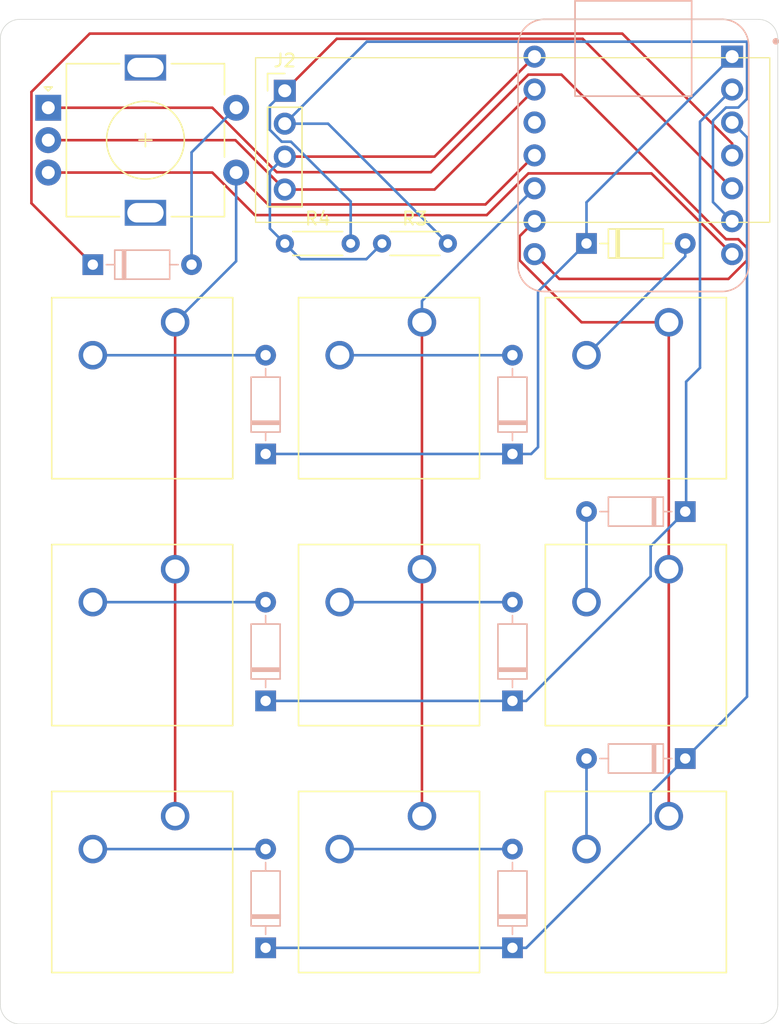
<source format=kicad_pcb>
(kicad_pcb (version 20240108) (generator "pcbnew") (generator_version "8.0")
  (layers (0 "F.Cu" signal) (31 "B.Cu" signal) (34 "B.Paste" user) (35 "F.Paste" user) (36 "B.SilkS" user "B.Silkscreen") (37 "F.SilkS" user "F.Silkscreen") (38 "B.Mask" user) (39 "F.Mask" user) (44 "Edge.Cuts" user))
  (net 0 "")
  (net 1 "Row 1")
  (net 2 "Net-(D1-A)")
  (net 3 "Net-(D2-A)")
  (net 4 "Net-(D3-A)")
  (net 5 "Row 2")
  (net 6 "Column 2")
  (net 7 "Net-(D5-A)")
  (net 8 "Net-(D6-A)")
  (net 9 "Net-(D7-A)")
  (net 10 "Row 3")
  (net 11 "Net-(D9-A)")
  (net 12 "Row 4")
  (net 13 "Net-(D10-A)")
  (net 14 "Net-(D11-A)")
  (net 15 "Net-(J2-Pin_2)")
  (net 16 "Net-(J2-Pin_1)")
  (net 18 "GND")
  (net 19 "Column 3")
  (net 20 "+5V")
  (net 21 "1S2")
  (net 22 "1S1")
  (net 23 "1B")
  (net 24 "1A")
  (footprint "Cherry_MX_Keyswitch_3DModel:Cherry_MX_1.00u_PCB" (layer "F.Cu") (at 53.49 66.37)
    (property "Reference" "SW1" (hide yes))
    (property "Value" "SW_Push" (hide yes))
    (fp_line (start -9.525 -1.905) (end 4.445 -1.905) (stroke (width 0.12)) (layer "F.SilkS"))
    (fp_line (start -9.525 12.065) (end -9.525 -1.905) (stroke (width 0.12)) (layer "F.SilkS"))
    (fp_line (start 4.445 -1.905) (end 4.445 12.065) (stroke (width 0.12)) (layer "F.SilkS"))
    (fp_line (start 4.445 12.065) (end -9.525 12.065) (stroke (width 0.12)) (layer "F.SilkS"))
    (pad "" np_thru_hole circle (at -7.62 5.08) (size 1.7 1.7) (drill 1.7) (layers "*.Cu" "*.Mask"))
    (pad "" np_thru_hole circle (at -2.54 5.08) (size 4 4) (drill 4) (layers "*.Cu" "*.Mask"))
    (pad "" np_thru_hole circle (at 2.54 5.08) (size 1.7 1.7) (drill 1.7) (layers "*.Cu" "*.Mask"))
    (pad "1" thru_hole circle (at 0 0) (size 2.2 2.2) (drill 1.5) (layers "*.Cu" "*.Mask") (net 22 "1S1"))
    (pad "2" thru_hole circle (at -6.35 2.54) (size 2.2 2.2) (drill 1.5) (layers "*.Cu" "*.Mask") (net 2 "Net-(D1-A)"))
  )
  (footprint "SSD1306_OLED:0.91_3D" (layer "F.Cu") (at 61.954 48.51)
    (property "Reference" "J2" (at 0 -2.33 0) (layer "F.SilkS"))
    (property "Value" "OLED_DISPLAY" (hide yes))
    (fp_line (start -1.33 -1.33) (end 0 -1.33) (stroke (width 0.12)) (layer "F.SilkS"))
    (fp_line (start -1.33 0) (end -1.33 -1.33) (stroke (width 0.12)) (layer "F.SilkS"))
    (fp_line (start -1.33 1.27) (end -1.33 8.95) (stroke (width 0.12)) (layer "F.SilkS"))
    (fp_line (start -1.33 1.27) (end 1.33 1.27) (stroke (width 0.12)) (layer "F.SilkS"))
    (fp_line (start -1.33 8.95) (end 1.33 8.95) (stroke (width 0.12)) (layer "F.SilkS"))
    (fp_line (start 1.33 1.27) (end 1.33 8.95) (stroke (width 0.12)) (layer "F.SilkS"))
    (pad "1" thru_hole rect (at 0 0) (size 1.7 1.7) (drill 1) (layers "*.Cu" "*.Mask") (net 16 "Net-(J2-Pin_1)"))
    (pad "2" thru_hole oval (at 0 2.54) (size 1.7 1.7) (drill 1) (layers "*.Cu" "*.Mask") (net 15 "Net-(J2-Pin_2)"))
    (pad "3" thru_hole oval (at 0 5.08) (size 1.7 1.7) (drill 1) (layers "*.Cu" "*.Mask") (net 20 "+5V"))
    (pad "4" thru_hole oval (at 0 7.62) (size 1.7 1.7) (drill 1) (layers "*.Cu" "*.Mask") (net 18 "GND"))
  )
  (footprint "Cherry_MX_Keyswitch_3DModel:Cherry_MX_1.00u_PCB" (layer "F.Cu") (at 91.59 85.42)
    (property "Reference" "SW10" (hide yes))
    (property "Value" "SW_Push" (hide yes))
    (fp_line (start -9.525 -1.905) (end 4.445 -1.905) (stroke (width 0.12)) (layer "F.SilkS"))
    (fp_line (start -9.525 12.065) (end -9.525 -1.905) (stroke (width 0.12)) (layer "F.SilkS"))
    (fp_line (start 4.445 -1.905) (end 4.445 12.065) (stroke (width 0.12)) (layer "F.SilkS"))
    (fp_line (start 4.445 12.065) (end -9.525 12.065) (stroke (width 0.12)) (layer "F.SilkS"))
    (pad "" np_thru_hole circle (at -7.62 5.08) (size 1.7 1.7) (drill 1.7) (layers "*.Cu" "*.Mask"))
    (pad "" np_thru_hole circle (at -2.54 5.08) (size 4 4) (drill 4) (layers "*.Cu" "*.Mask"))
    (pad "" np_thru_hole circle (at 2.54 5.08) (size 1.7 1.7) (drill 1.7) (layers "*.Cu" "*.Mask"))
    (pad "1" thru_hole circle (at 0 0) (size 2.2 2.2) (drill 1.5) (layers "*.Cu" "*.Mask") (net 19 "Column 3"))
    (pad "2" thru_hole circle (at -6.35 2.54) (size 2.2 2.2) (drill 1.5) (layers "*.Cu" "*.Mask") (net 13 "Net-(D10-A)"))
  )
  (footprint "Cherry_MX_Keyswitch_3DModel:Cherry_MX_1.00u_PCB" (layer "F.Cu") (at 72.54 104.47)
    (property "Reference" "SW7" (hide yes))
    (property "Value" "SW_Push" (hide yes))
    (fp_line (start -9.525 -1.905) (end 4.445 -1.905) (stroke (width 0.12)) (layer "F.SilkS"))
    (fp_line (start -9.525 12.065) (end -9.525 -1.905) (stroke (width 0.12)) (layer "F.SilkS"))
    (fp_line (start 4.445 -1.905) (end 4.445 12.065) (stroke (width 0.12)) (layer "F.SilkS"))
    (fp_line (start 4.445 12.065) (end -9.525 12.065) (stroke (width 0.12)) (layer "F.SilkS"))
    (pad "" np_thru_hole circle (at -7.62 5.08) (size 1.7 1.7) (drill 1.7) (layers "*.Cu" "*.Mask"))
    (pad "" np_thru_hole circle (at -2.54 5.08) (size 4 4) (drill 4) (layers "*.Cu" "*.Mask"))
    (pad "" np_thru_hole circle (at 2.54 5.08) (size 1.7 1.7) (drill 1.7) (layers "*.Cu" "*.Mask"))
    (pad "1" thru_hole circle (at 0 0) (size 2.2 2.2) (drill 1.5) (layers "*.Cu" "*.Mask") (net 6 "Column 2"))
    (pad "2" thru_hole circle (at -6.35 2.54) (size 2.2 2.2) (drill 1.5) (layers "*.Cu" "*.Mask") (net 9 "Net-(D7-A)"))
  )
  (footprint "Cherry_MX_Keyswitch_3DModel:Cherry_MX_1.00u_PCB" (layer "F.Cu") (at 53.49 104.47)
    (property "Reference" "SW3" (hide yes))
    (property "Value" "SW_Push" (hide yes))
    (fp_line (start -9.525 -1.905) (end 4.445 -1.905) (stroke (width 0.12)) (layer "F.SilkS"))
    (fp_line (start -9.525 12.065) (end -9.525 -1.905) (stroke (width 0.12)) (layer "F.SilkS"))
    (fp_line (start 4.445 -1.905) (end 4.445 12.065) (stroke (width 0.12)) (layer "F.SilkS"))
    (fp_line (start 4.445 12.065) (end -9.525 12.065) (stroke (width 0.12)) (layer "F.SilkS"))
    (pad "" np_thru_hole circle (at -7.62 5.08) (size 1.7 1.7) (drill 1.7) (layers "*.Cu" "*.Mask"))
    (pad "" np_thru_hole circle (at -2.54 5.08) (size 4 4) (drill 4) (layers "*.Cu" "*.Mask"))
    (pad "" np_thru_hole circle (at 2.54 5.08) (size 1.7 1.7) (drill 1.7) (layers "*.Cu" "*.Mask"))
    (pad "1" thru_hole circle (at 0 0) (size 2.2 2.2) (drill 1.5) (layers "*.Cu" "*.Mask") (net 22 "1S1"))
    (pad "2" thru_hole circle (at -6.35 2.54) (size 2.2 2.2) (drill 1.5) (layers "*.Cu" "*.Mask") (net 4 "Net-(D3-A)"))
  )
  (footprint "Cherry_MX_Keyswitch_3DModel:Cherry_MX_1.00u_PCB" (layer "F.Cu") (at 72.54 85.42)
    (property "Reference" "SW6" (hide yes))
    (property "Value" "SW_Push" (hide yes))
    (fp_line (start -9.525 -1.905) (end 4.445 -1.905) (stroke (width 0.12)) (layer "F.SilkS"))
    (fp_line (start -9.525 12.065) (end -9.525 -1.905) (stroke (width 0.12)) (layer "F.SilkS"))
    (fp_line (start 4.445 -1.905) (end 4.445 12.065) (stroke (width 0.12)) (layer "F.SilkS"))
    (fp_line (start 4.445 12.065) (end -9.525 12.065) (stroke (width 0.12)) (layer "F.SilkS"))
    (pad "" np_thru_hole circle (at -7.62 5.08) (size 1.7 1.7) (drill 1.7) (layers "*.Cu" "*.Mask"))
    (pad "" np_thru_hole circle (at -2.54 5.08) (size 4 4) (drill 4) (layers "*.Cu" "*.Mask"))
    (pad "" np_thru_hole circle (at 2.54 5.08) (size 1.7 1.7) (drill 1.7) (layers "*.Cu" "*.Mask"))
    (pad "1" thru_hole circle (at 0 0) (size 2.2 2.2) (drill 1.5) (layers "*.Cu" "*.Mask") (net 6 "Column 2"))
    (pad "2" thru_hole circle (at -6.35 2.54) (size 2.2 2.2) (drill 1.5) (layers "*.Cu" "*.Mask") (net 8 "Net-(D6-A)"))
  )
  (footprint "Cherry_MX_Keyswitch_3DModel:Cherry_MX_1.00u_PCB" (layer "F.Cu") (at 53.49 85.42)
    (property "Reference" "SW2" (hide yes))
    (property "Value" "SW_Push" (hide yes))
    (fp_line (start -9.525 -1.905) (end 4.445 -1.905) (stroke (width 0.12)) (layer "F.SilkS"))
    (fp_line (start -9.525 12.065) (end -9.525 -1.905) (stroke (width 0.12)) (layer "F.SilkS"))
    (fp_line (start 4.445 -1.905) (end 4.445 12.065) (stroke (width 0.12)) (layer "F.SilkS"))
    (fp_line (start 4.445 12.065) (end -9.525 12.065) (stroke (width 0.12)) (layer "F.SilkS"))
    (pad "" np_thru_hole circle (at -7.62 5.08) (size 1.7 1.7) (drill 1.7) (layers "*.Cu" "*.Mask"))
    (pad "" np_thru_hole circle (at -2.54 5.08) (size 4 4) (drill 4) (layers "*.Cu" "*.Mask"))
    (pad "" np_thru_hole circle (at 2.54 5.08) (size 1.7 1.7) (drill 1.7) (layers "*.Cu" "*.Mask"))
    (pad "1" thru_hole circle (at 0 0) (size 2.2 2.2) (drill 1.5) (layers "*.Cu" "*.Mask") (net 22 "1S1"))
    (pad "2" thru_hole circle (at -6.35 2.54) (size 2.2 2.2) (drill 1.5) (layers "*.Cu" "*.Mask") (net 3 "Net-(D2-A)"))
  )
  (footprint "Resistor_THT:R_Axial_DIN0204_L3.6mm_D1.6mm_P5.08mm_Horizontal" (layer "F.Cu") (at 69.46 60.2925)
    (property "Reference" "R3" (at 2.54 -1.92 0) (layer "F.SilkS"))
    (property "Value" "4.7k")
    (fp_line (start 0.62 -0.92) (end 4.46 -0.92) (stroke (width 0.12)) (layer "F.SilkS"))
    (fp_line (start 0.62 0.92) (end 4.46 0.92) (stroke (width 0.12)) (layer "F.SilkS"))
    (pad "1" thru_hole circle (at 0 0) (size 1.4 1.4) (drill 0.7) (layers "*.Cu" "*.Mask") (net 20 "+5V"))
    (pad "2" thru_hole oval (at 5.08 0) (size 1.4 1.4) (drill 0.7) (layers "*.Cu" "*.Mask") (net 15 "Net-(J2-Pin_2)"))
  )
  (footprint "Cherry_MX_Keyswitch_3DModel:Cherry_MX_1.00u_PCB" (layer "F.Cu") (at 72.54 66.37)
    (property "Reference" "SW5" (hide yes))
    (property "Value" "SW_Push" (hide yes))
    (fp_line (start -9.525 -1.905) (end 4.445 -1.905) (stroke (width 0.12)) (layer "F.SilkS"))
    (fp_line (start -9.525 12.065) (end -9.525 -1.905) (stroke (width 0.12)) (layer "F.SilkS"))
    (fp_line (start 4.445 -1.905) (end 4.445 12.065) (stroke (width 0.12)) (layer "F.SilkS"))
    (fp_line (start 4.445 12.065) (end -9.525 12.065) (stroke (width 0.12)) (layer "F.SilkS"))
    (pad "" np_thru_hole circle (at -7.62 5.08) (size 1.7 1.7) (drill 1.7) (layers "*.Cu" "*.Mask"))
    (pad "" np_thru_hole circle (at -2.54 5.08) (size 4 4) (drill 4) (layers "*.Cu" "*.Mask"))
    (pad "" np_thru_hole circle (at 2.54 5.08) (size 1.7 1.7) (drill 1.7) (layers "*.Cu" "*.Mask"))
    (pad "1" thru_hole circle (at 0 0) (size 2.2 2.2) (drill 1.5) (layers "*.Cu" "*.Mask") (net 6 "Column 2"))
    (pad "2" thru_hole circle (at -6.35 2.54) (size 2.2 2.2) (drill 1.5) (layers "*.Cu" "*.Mask") (net 7 "Net-(D5-A)"))
  )
  (footprint "Cherry_MX_Keyswitch_3DModel:Cherry_MX_1.00u_PCB" (layer "F.Cu") (at 91.59 66.37)
    (property "Reference" "SW9" (hide yes))
    (property "Value" "SW_Push" (hide yes))
    (fp_line (start -9.525 -1.905) (end 4.445 -1.905) (stroke (width 0.12)) (layer "F.SilkS"))
    (fp_line (start -9.525 12.065) (end -9.525 -1.905) (stroke (width 0.12)) (layer "F.SilkS"))
    (fp_line (start 4.445 -1.905) (end 4.445 12.065) (stroke (width 0.12)) (layer "F.SilkS"))
    (fp_line (start 4.445 12.065) (end -9.525 12.065) (stroke (width 0.12)) (layer "F.SilkS"))
    (pad "" np_thru_hole circle (at -7.62 5.08) (size 1.7 1.7) (drill 1.7) (layers "*.Cu" "*.Mask"))
    (pad "" np_thru_hole circle (at -2.54 5.08) (size 4 4) (drill 4) (layers "*.Cu" "*.Mask"))
    (pad "" np_thru_hole circle (at 2.54 5.08) (size 1.7 1.7) (drill 1.7) (layers "*.Cu" "*.Mask"))
    (pad "1" thru_hole circle (at 0 0) (size 2.2 2.2) (drill 1.5) (layers "*.Cu" "*.Mask") (net 19 "Column 3"))
    (pad "2" thru_hole circle (at -6.35 2.54) (size 2.2 2.2) (drill 1.5) (layers "*.Cu" "*.Mask") (net 11 "Net-(D9-A)"))
  )
  (footprint "Cherry_MX_Keyswitch_3DModel:Cherry_MX_1.00u_PCB" (layer "F.Cu") (at 91.59 104.47)
    (property "Reference" "SW11" (hide yes))
    (property "Value" "SW_Push" (hide yes))
    (fp_line (start -9.525 -1.905) (end 4.445 -1.905) (stroke (width 0.12)) (layer "F.SilkS"))
    (fp_line (start -9.525 12.065) (end -9.525 -1.905) (stroke (width 0.12)) (layer "F.SilkS"))
    (fp_line (start 4.445 -1.905) (end 4.445 12.065) (stroke (width 0.12)) (layer "F.SilkS"))
    (fp_line (start 4.445 12.065) (end -9.525 12.065) (stroke (width 0.12)) (layer "F.SilkS"))
    (pad "" np_thru_hole circle (at -7.62 5.08) (size 1.7 1.7) (drill 1.7) (layers "*.Cu" "*.Mask"))
    (pad "" np_thru_hole circle (at -2.54 5.08) (size 4 4) (drill 4) (layers "*.Cu" "*.Mask"))
    (pad "" np_thru_hole circle (at 2.54 5.08) (size 1.7 1.7) (drill 1.7) (layers "*.Cu" "*.Mask"))
    (pad "1" thru_hole circle (at 0 0) (size 2.2 2.2) (drill 1.5) (layers "*.Cu" "*.Mask") (net 19 "Column 3"))
    (pad "2" thru_hole circle (at -6.35 2.54) (size 2.2 2.2) (drill 1.5) (layers "*.Cu" "*.Mask") (net 14 "Net-(D11-A)"))
  )
  (footprint "Diode_THT:D_DO-35_SOD27_P7.62mm_Horizontal" (layer "F.Cu") (at 85.24 60.2925)
    (property "Reference" "D9" (hide yes))
    (property "Value" "1N4148" (hide yes))
    (fp_line (start 1.04 0) (end 1.69 0) (stroke (width 0.12)) (layer "F.SilkS"))
    (fp_line (start 1.69 -1.12) (end 1.69 1.12) (stroke (width 0.12)) (layer "F.SilkS"))
    (fp_line (start 1.69 1.12) (end 5.93 1.12) (stroke (width 0.12)) (layer "F.SilkS"))
    (fp_line (start 2.29 -1.12) (end 2.29 1.12) (stroke (width 0.12)) (layer "F.SilkS"))
    (fp_line (start 2.41 -1.12) (end 2.41 1.12) (stroke (width 0.12)) (layer "F.SilkS"))
    (fp_line (start 2.53 -1.12) (end 2.53 1.12) (stroke (width 0.12)) (layer "F.SilkS"))
    (fp_line (start 5.93 -1.12) (end 1.69 -1.12) (stroke (width 0.12)) (layer "F.SilkS"))
    (fp_line (start 5.93 1.12) (end 5.93 -1.12) (stroke (width 0.12)) (layer "F.SilkS"))
    (fp_line (start 6.58 0) (end 5.93 0) (stroke (width 0.12)) (layer "F.SilkS"))
    (pad "1" thru_hole rect (at 0 0) (size 1.6 1.6) (drill 0.8) (layers "*.Cu" "*.Mask") (net 1 "Row 1"))
    (pad "2" thru_hole oval (at 7.62 0) (size 1.6 1.6) (drill 0.8) (layers "*.Cu" "*.Mask") (net 11 "Net-(D9-A)"))
  )
  (footprint "Resistor_THT:R_Axial_DIN0204_L3.6mm_D1.6mm_P5.08mm_Horizontal" (layer "F.Cu") (at 61.96 60.2925)
    (property "Reference" "R4" (at 2.54 -1.92 0) (layer "F.SilkS"))
    (property "Value" "4.7k")
    (fp_line (start 0.62 -0.92) (end 4.46 -0.92) (stroke (width 0.12)) (layer "F.SilkS"))
    (fp_line (start 0.62 0.92) (end 4.46 0.92) (stroke (width 0.12)) (layer "F.SilkS"))
    (pad "1" thru_hole circle (at 0 0) (size 1.4 1.4) (drill 0.7) (layers "*.Cu" "*.Mask") (net 20 "+5V"))
    (pad "2" thru_hole oval (at 5.08 0) (size 1.4 1.4) (drill 0.7) (layers "*.Cu" "*.Mask") (net 16 "Net-(J2-Pin_1)"))
  )
  (footprint "RotaryEncoder_3D:RotaryEncoder_Alps_EC11E-Switch_Vertical_H20mm_3D" (layer "F.Cu") (at 43.7 49.82)
    (property "Reference" "SW13" (hide yes))
    (property "Value" "RotaryEncoder_Switch" (hide yes))
    (fp_line (start -0.3 -1.6) (end 0.3 -1.6) (stroke (width 0.12)) (layer "F.SilkS"))
    (fp_line (start 0 -1.3) (end -0.3 -1.6) (stroke (width 0.12)) (layer "F.SilkS"))
    (fp_line (start 0.3 -1.6) (end 0 -1.3) (stroke (width 0.12)) (layer "F.SilkS"))
    (fp_line (start 1.4 -3.4) (end 1.4 8.4) (stroke (width 0.12)) (layer "F.SilkS"))
    (fp_line (start 5.5 -3.4) (end 1.4 -3.4) (stroke (width 0.12)) (layer "F.SilkS"))
    (fp_line (start 5.5 8.4) (end 1.4 8.4) (stroke (width 0.12)) (layer "F.SilkS"))
    (fp_line (start 7 2.5) (end 8 2.5) (stroke (width 0.12)) (layer "F.SilkS"))
    (fp_line (start 7.5 2) (end 7.5 3) (stroke (width 0.12)) (layer "F.SilkS"))
    (fp_line (start 9.5 -3.4) (end 13.6 -3.4) (stroke (width 0.12)) (layer "F.SilkS"))
    (fp_line (start 13.6 -3.4) (end 13.6 -1) (stroke (width 0.12)) (layer "F.SilkS"))
    (fp_line (start 13.6 1.2) (end 13.6 3.8) (stroke (width 0.12)) (layer "F.SilkS"))
    (fp_line (start 13.6 6) (end 13.6 8.4) (stroke (width 0.12)) (layer "F.SilkS"))
    (fp_line (start 13.6 8.4) (end 9.5 8.4) (stroke (width 0.12)) (layer "F.SilkS"))
    (fp_circle (center 7.5 2.5) (end 10.5 2.5) (stroke (width 0.12)) (fill none) (layer "F.SilkS"))
    (pad "A" thru_hole rect (at 0 0) (size 2 2) (drill 1) (layers "*.Cu" "*.Mask") (net 24 "1A"))
    (pad "B" thru_hole circle (at 0 5) (size 2 2) (drill 1) (layers "*.Cu" "*.Mask") (net 23 "1B"))
    (pad "C" thru_hole circle (at 0 2.5) (size 2 2) (drill 1) (layers "*.Cu" "*.Mask") (net 18 "GND"))
    (pad "MP" thru_hole rect (at 7.5 -3.1) (size 3.2 2) (drill oval 2.8 1.5) (layers "*.Cu" "*.Mask"))
    (pad "MP" thru_hole rect (at 7.5 8.1) (size 3.2 2) (drill oval 2.8 1.5) (layers "*.Cu" "*.Mask"))
    (pad "S1" thru_hole circle (at 14.5 5) (size 2 2) (drill 1) (layers "*.Cu" "*.Mask") (net 22 "1S1"))
    (pad "S2" thru_hole circle (at 14.5 0) (size 2 2) (drill 1) (layers "*.Cu" "*.Mask") (net 21 "1S2"))
  )
  (footprint "Diode_THT:D_DO-35_SOD27_P7.62mm_Horizontal" (layer "B.Cu") (at 47.14 61.925)
    (property "Reference" "D22" (hide yes))
    (property "Value" "1N4148" (hide yes))
    (fp_line (start 1.69 -1.12) (end 1.69 1.12) (stroke (width 0.12)) (layer "B.SilkS"))
    (fp_line (start 1.69 0) (end 1.04 0) (stroke (width 0.12)) (layer "B.SilkS"))
    (fp_line (start 1.69 1.12) (end 5.93 1.12) (stroke (width 0.12)) (layer "B.SilkS"))
    (fp_line (start 2.29 -1.12) (end 2.29 1.12) (stroke (width 0.12)) (layer "B.SilkS"))
    (fp_line (start 2.41 -1.12) (end 2.41 1.12) (stroke (width 0.12)) (layer "B.SilkS"))
    (fp_line (start 2.53 -1.12) (end 2.53 1.12) (stroke (width 0.12)) (layer "B.SilkS"))
    (fp_line (start 5.93 -1.12) (end 1.69 -1.12) (stroke (width 0.12)) (layer "B.SilkS"))
    (fp_line (start 5.93 0) (end 6.58 0) (stroke (width 0.12)) (layer "B.SilkS"))
    (fp_line (start 5.93 1.12) (end 5.93 -1.12) (stroke (width 0.12)) (layer "B.SilkS"))
    (pad "1" thru_hole rect (at 0 0) (size 1.6 1.6) (drill 0.8) (layers "*.Cu" "*.Mask") (net 12 "Row 4"))
    (pad "2" thru_hole oval (at 7.62 0) (size 1.6 1.6) (drill 0.8) (layers "*.Cu" "*.Mask") (net 21 "1S2"))
  )
  (footprint "Diode_THT:D_DO-35_SOD27_P7.62mm_Horizontal" (layer "B.Cu") (at 60.475 95.58 90)
    (property "Reference" "D2" (hide yes))
    (property "Value" "1N4148" (hide yes))
    (fp_line (start 5.93 -1.12) (end 1.69 -1.12) (stroke (width 0.12)) (layer "B.SilkS"))
    (fp_line (start 2.53 -1.12) (end 2.53 1.12) (stroke (width 0.12)) (layer "B.SilkS"))
    (fp_line (start 2.41 -1.12) (end 2.41 1.12) (stroke (width 0.12)) (layer "B.SilkS"))
    (fp_line (start 2.29 -1.12) (end 2.29 1.12) (stroke (width 0.12)) (layer "B.SilkS"))
    (fp_line (start 1.69 -1.12) (end 1.69 1.12) (stroke (width 0.12)) (layer "B.SilkS"))
    (fp_line (start 5.93 0) (end 6.58 0) (stroke (width 0.12)) (layer "B.SilkS"))
    (fp_line (start 1.69 0) (end 1.04 0) (stroke (width 0.12)) (layer "B.SilkS"))
    (fp_line (start 5.93 1.12) (end 5.93 -1.12) (stroke (width 0.12)) (layer "B.SilkS"))
    (fp_line (start 1.69 1.12) (end 5.93 1.12) (stroke (width 0.12)) (layer "B.SilkS"))
    (pad "1" thru_hole rect (at 0 0 90) (size 1.6 1.6) (drill 0.8) (layers "*.Cu" "*.Mask") (net 5 "Row 2"))
    (pad "2" thru_hole oval (at 7.62 0 90) (size 1.6 1.6) (drill 0.8) (layers "*.Cu" "*.Mask") (net 3 "Net-(D2-A)"))
  )
  (footprint "Diode_THT:D_DO-35_SOD27_P7.62mm_Horizontal" (layer "B.Cu") (at 79.525 114.63 90)
    (property "Reference" "D7" (hide yes))
    (property "Value" "1N4148" (hide yes))
    (fp_line (start 5.93 -1.12) (end 1.69 -1.12) (stroke (width 0.12)) (layer "B.SilkS"))
    (fp_line (start 2.53 -1.12) (end 2.53 1.12) (stroke (width 0.12)) (layer "B.SilkS"))
    (fp_line (start 2.41 -1.12) (end 2.41 1.12) (stroke (width 0.12)) (layer "B.SilkS"))
    (fp_line (start 2.29 -1.12) (end 2.29 1.12) (stroke (width 0.12)) (layer "B.SilkS"))
    (fp_line (start 1.69 -1.12) (end 1.69 1.12) (stroke (width 0.12)) (layer "B.SilkS"))
    (fp_line (start 5.93 0) (end 6.58 0) (stroke (width 0.12)) (layer "B.SilkS"))
    (fp_line (start 1.69 0) (end 1.04 0) (stroke (width 0.12)) (layer "B.SilkS"))
    (fp_line (start 5.93 1.12) (end 5.93 -1.12) (stroke (width 0.12)) (layer "B.SilkS"))
    (fp_line (start 1.69 1.12) (end 5.93 1.12) (stroke (width 0.12)) (layer "B.SilkS"))
    (pad "1" thru_hole rect (at 0 0 90) (size 1.6 1.6) (drill 0.8) (layers "*.Cu" "*.Mask") (net 10 "Row 3"))
    (pad "2" thru_hole oval (at 7.62 0 90) (size 1.6 1.6) (drill 0.8) (layers "*.Cu" "*.Mask") (net 9 "Net-(D7-A)"))
  )
  (footprint "Diode_THT:D_DO-35_SOD27_P7.62mm_Horizontal" (layer "B.Cu") (at 79.525 76.53 90)
    (property "Reference" "D5" (hide yes))
    (property "Value" "1N4148" (hide yes))
    (fp_line (start 5.93 -1.12) (end 1.69 -1.12) (stroke (width 0.12)) (layer "B.SilkS"))
    (fp_line (start 2.53 -1.12) (end 2.53 1.12) (stroke (width 0.12)) (layer "B.SilkS"))
    (fp_line (start 2.41 -1.12) (end 2.41 1.12) (stroke (width 0.12)) (layer "B.SilkS"))
    (fp_line (start 2.29 -1.12) (end 2.29 1.12) (stroke (width 0.12)) (layer "B.SilkS"))
    (fp_line (start 1.69 -1.12) (end 1.69 1.12) (stroke (width 0.12)) (layer "B.SilkS"))
    (fp_line (start 5.93 0) (end 6.58 0) (stroke (width 0.12)) (layer "B.SilkS"))
    (fp_line (start 1.69 0) (end 1.04 0) (stroke (width 0.12)) (layer "B.SilkS"))
    (fp_line (start 5.93 1.12) (end 5.93 -1.12) (stroke (width 0.12)) (layer "B.SilkS"))
    (fp_line (start 1.69 1.12) (end 5.93 1.12) (stroke (width 0.12)) (layer "B.SilkS"))
    (pad "1" thru_hole rect (at 0 0 90) (size 1.6 1.6) (drill 0.8) (layers "*.Cu" "*.Mask") (net 1 "Row 1"))
    (pad "2" thru_hole oval (at 7.62 0 90) (size 1.6 1.6) (drill 0.8) (layers "*.Cu" "*.Mask") (net 7 "Net-(D5-A)"))
  )
  (footprint "Diode_THT:D_DO-35_SOD27_P7.62mm_Horizontal" (layer "B.Cu") (at 79.525 95.58 90)
    (property "Reference" "D6" (hide yes))
    (property "Value" "1N4148" (hide yes))
    (fp_line (start 5.93 -1.12) (end 1.69 -1.12) (stroke (width 0.12)) (layer "B.SilkS"))
    (fp_line (start 2.53 -1.12) (end 2.53 1.12) (stroke (width 0.12)) (layer "B.SilkS"))
    (fp_line (start 2.41 -1.12) (end 2.41 1.12) (stroke (width 0.12)) (layer "B.SilkS"))
    (fp_line (start 2.29 -1.12) (end 2.29 1.12) (stroke (width 0.12)) (layer "B.SilkS"))
    (fp_line (start 1.69 -1.12) (end 1.69 1.12) (stroke (width 0.12)) (layer "B.SilkS"))
    (fp_line (start 5.93 0) (end 6.58 0) (stroke (width 0.12)) (layer "B.SilkS"))
    (fp_line (start 1.69 0) (end 1.04 0) (stroke (width 0.12)) (layer "B.SilkS"))
    (fp_line (start 5.93 1.12) (end 5.93 -1.12) (stroke (width 0.12)) (layer "B.SilkS"))
    (fp_line (start 1.69 1.12) (end 5.93 1.12) (stroke (width 0.12)) (layer "B.SilkS"))
    (pad "1" thru_hole rect (at 0 0 90) (size 1.6 1.6) (drill 0.8) (layers "*.Cu" "*.Mask") (net 5 "Row 2"))
    (pad "2" thru_hole oval (at 7.62 0 90) (size 1.6 1.6) (drill 0.8) (layers "*.Cu" "*.Mask") (net 8 "Net-(D6-A)"))
  )
  (footprint "Diode_THT:D_DO-35_SOD27_P7.62mm_Horizontal" (layer "B.Cu") (at 92.86 80.975 180)
    (property "Reference" "D10" (hide yes))
    (property "Value" "1N4148" (hide yes))
    (fp_line (start 5.93 1.12) (end 5.93 -1.12) (stroke (width 0.12)) (layer "B.SilkS"))
    (fp_line (start 5.93 0) (end 6.58 0) (stroke (width 0.12)) (layer "B.SilkS"))
    (fp_line (start 5.93 -1.12) (end 1.69 -1.12) (stroke (width 0.12)) (layer "B.SilkS"))
    (fp_line (start 2.53 -1.12) (end 2.53 1.12) (stroke (width 0.12)) (layer "B.SilkS"))
    (fp_line (start 2.41 -1.12) (end 2.41 1.12) (stroke (width 0.12)) (layer "B.SilkS"))
    (fp_line (start 2.29 -1.12) (end 2.29 1.12) (stroke (width 0.12)) (layer "B.SilkS"))
    (fp_line (start 1.69 1.12) (end 5.93 1.12) (stroke (width 0.12)) (layer "B.SilkS"))
    (fp_line (start 1.69 0) (end 1.04 0) (stroke (width 0.12)) (layer "B.SilkS"))
    (fp_line (start 1.69 -1.12) (end 1.69 1.12) (stroke (width 0.12)) (layer "B.SilkS"))
    (pad "1" thru_hole rect (at 0 0 180) (size 1.6 1.6) (drill 0.8) (layers "*.Cu" "*.Mask") (net 5 "Row 2"))
    (pad "2" thru_hole oval (at 7.62 0 180) (size 1.6 1.6) (drill 0.8) (layers "*.Cu" "*.Mask") (net 13 "Net-(D10-A)"))
  )
  (footprint "Seeed Studio XIAO Series Library:XIAO-Generic-Thruhole-14P-2.54-21X17.8MM" (layer "B.Cu") (at 88.85475 53.495015 180)
    (property "Reference" "U1" (hide yes))
    (property "Value" "Seeed Studio XIAO SAMD21" (hide yes))
    (fp_line (start 8.9 8.5) (end 8.9 -8.5) (stroke (width 0.127)) (layer "B.SilkS"))
    (fp_line (start 6.9 -10.5) (end -6.9 -10.5) (stroke (width 0.127)) (layer "B.SilkS"))
    (fp_line (start 4.5 11.92403) (end -4.5 11.92403) (stroke (width 0.127)) (layer "B.SilkS"))
    (fp_line (start 4.5 4.57073) (end 4.5 11.92403) (stroke (width 0.127)) (layer "B.SilkS"))
    (fp_line (start -4.5 11.92403) (end -4.5 4.57073) (stroke (width 0.127)) (layer "B.SilkS"))
    (fp_line (start -4.5 4.57073) (end 4.5 4.57073) (stroke (width 0.127)) (layer "B.SilkS"))
    (fp_line (start -6.9 10.49909) (end 6.9 10.49909) (stroke (width 0.127)) (layer "B.SilkS"))
    (fp_line (start -8.9 -8.5) (end -8.9 8.5) (stroke (width 0.127)) (layer "B.SilkS"))
    (fp_arc (start 8.9 8.5) (mid 8.301492 9.901492) (end 6.9 10.5) (stroke (width 0.12)) (layer "B.SilkS"))
    (fp_arc (start 6.9 -10.5) (mid 8.314214 -9.914214) (end 8.9 -8.5) (stroke (width 0.12)) (layer "B.SilkS"))
    (fp_arc (start -6.9 10.5) (mid -8.301491 9.901491) (end -8.9 8.5) (stroke (width 0.12)) (layer "B.SilkS"))
    (fp_arc (start -8.9 -8.5) (mid -8.301423 -9.901423) (end -6.9 -10.5) (stroke (width 0.12)) (layer "B.SilkS"))
    (fp_circle (center -11 8.8) (end -11 9.054) (fill solid) (layer "B.SilkS"))
    (fp_poly (pts (xy -8.887715 8.561705) (xy -8.884667 8.610473) (xy -8.880603 8.659494)) (stroke (width 0.0254)) (fill none) (layer "B.SilkS"))
    (fp_poly (pts (xy 8.889492 -8.521574) (xy 8.887713 -8.57085) (xy 8.884665 -8.619618) (xy 8.880601 -8.668639) (xy 8.875268 -8.717407) (xy 8.868664 -8.766175) (xy 8.861044 -8.81469) (xy 8.852153 -8.86295) (xy 8.842248 -8.910955)) (stroke (width 0.0254)) (fill none) (layer "B.SilkS"))
    (pad "1" thru_hole rect (at -7.625 7.62 180) (size 1.7 1.7) (drill 1) (layers "*.Cu" "*.Mask") (net 1 "Row 1"))
    (pad "2" thru_hole circle (at -7.625 5.08 180) (size 1.7 1.7) (drill 1) (layers "*.Cu" "*.Mask") (net 5 "Row 2"))
    (pad "3" thru_hole circle (at -7.625 2.54 180) (size 1.7 1.7) (drill 1) (layers "*.Cu" "*.Mask") (net 10 "Row 3"))
    (pad "4" thru_hole circle (at -7.625 0 180) (size 1.7 1.7) (drill 1) (layers "*.Cu" "*.Mask") (net 12 "Row 4"))
    (pad "5" thru_hole circle (at -7.625 -2.54 180) (size 1.7 1.7) (drill 1) (layers "*.Cu" "*.Mask") (net 16 "Net-(J2-Pin_1)"))
    (pad "6" thru_hole circle (at -7.625 -5.08) (size 1.7 1.7) (drill 1) (layers "*.Cu" "*.Mask") (net 15 "Net-(J2-Pin_2)"))
    (pad "7" thru_hole circle (at -7.625 -7.62 180) (size 1.7 1.7) (drill 1) (layers "*.Cu" "*.Mask") (net 23 "1B"))
    (pad "8" thru_hole circle (at 7.625 -7.62 180) (size 1.7 1.7) (drill 1) (layers "*.Cu" "*.Mask") (net 24 "1A"))
    (pad "9" thru_hole circle (at 7.625 -5.08 180) (size 1.7 1.7) (drill 1) (layers "*.Cu" "*.Mask") (net 19 "Column 3"))
    (pad "10" thru_hole circle (at 7.625 -2.54 180) (size 1.7 1.7) (drill 1) (layers "*.Cu" "*.Mask") (net 6 "Column 2"))
    (pad "11" thru_hole circle (at 7.625 0 180) (size 1.7 1.7) (drill 1) (layers "*.Cu" "*.Mask") (net 22 "1S1"))
    (pad "12" thru_hole circle (at 7.625 2.54 180) (size 1.7 1.7) (drill 1) (layers "*.Cu" "*.Mask"))
    (pad "13" thru_hole circle (at 7.625 5.08 180) (size 1.7 1.7) (drill 1) (layers "*.Cu" "*.Mask") (net 18 "GND"))
    (pad "14" thru_hole circle (at 7.625 7.62 180) (size 1.7 1.7) (drill 1) (layers "*.Cu" "*.Mask") (net 20 "+5V"))
  )
  (footprint "Diode_THT:D_DO-35_SOD27_P7.62mm_Horizontal" (layer "B.Cu") (at 60.475 114.63 90)
    (property "Reference" "D3" (hide yes))
    (property "Value" "1N4148" (hide yes))
    (fp_line (start 5.93 -1.12) (end 1.69 -1.12) (stroke (width 0.12)) (layer "B.SilkS"))
    (fp_line (start 2.53 -1.12) (end 2.53 1.12) (stroke (width 0.12)) (layer "B.SilkS"))
    (fp_line (start 2.41 -1.12) (end 2.41 1.12) (stroke (width 0.12)) (layer "B.SilkS"))
    (fp_line (start 2.29 -1.12) (end 2.29 1.12) (stroke (width 0.12)) (layer "B.SilkS"))
    (fp_line (start 1.69 -1.12) (end 1.69 1.12) (stroke (width 0.12)) (layer "B.SilkS"))
    (fp_line (start 5.93 0) (end 6.58 0) (stroke (width 0.12)) (layer "B.SilkS"))
    (fp_line (start 1.69 0) (end 1.04 0) (stroke (width 0.12)) (layer "B.SilkS"))
    (fp_line (start 5.93 1.12) (end 5.93 -1.12) (stroke (width 0.12)) (layer "B.SilkS"))
    (fp_line (start 1.69 1.12) (end 5.93 1.12) (stroke (width 0.12)) (layer "B.SilkS"))
    (pad "1" thru_hole rect (at 0 0 90) (size 1.6 1.6) (drill 0.8) (layers "*.Cu" "*.Mask") (net 10 "Row 3"))
    (pad "2" thru_hole oval (at 7.62 0 90) (size 1.6 1.6) (drill 0.8) (layers "*.Cu" "*.Mask") (net 4 "Net-(D3-A)"))
  )
  (footprint "Diode_THT:D_DO-35_SOD27_P7.62mm_Horizontal" (layer "B.Cu") (at 92.86 100.025 180)
    (property "Reference" "D11" (hide yes))
    (property "Value" "1N4148" (hide yes))
    (fp_line (start 5.93 1.12) (end 5.93 -1.12) (stroke (width 0.12)) (layer "B.SilkS"))
    (fp_line (start 5.93 0) (end 6.58 0) (stroke (width 0.12)) (layer "B.SilkS"))
    (fp_line (start 5.93 -1.12) (end 1.69 -1.12) (stroke (width 0.12)) (layer "B.SilkS"))
    (fp_line (start 2.53 -1.12) (end 2.53 1.12) (stroke (width 0.12)) (layer "B.SilkS"))
    (fp_line (start 2.41 -1.12) (end 2.41 1.12) (stroke (width 0.12)) (layer "B.SilkS"))
    (fp_line (start 2.29 -1.12) (end 2.29 1.12) (stroke (width 0.12)) (layer "B.SilkS"))
    (fp_line (start 1.69 1.12) (end 5.93 1.12) (stroke (width 0.12)) (layer "B.SilkS"))
    (fp_line (start 1.69 0) (end 1.04 0) (stroke (width 0.12)) (layer "B.SilkS"))
    (fp_line (start 1.69 -1.12) (end 1.69 1.12) (stroke (width 0.12)) (layer "B.SilkS"))
    (pad "1" thru_hole rect (at 0 0 180) (size 1.6 1.6) (drill 0.8) (layers "*.Cu" "*.Mask") (net 10 "Row 3"))
    (pad "2" thru_hole oval (at 7.62 0 180) (size 1.6 1.6) (drill 0.8) (layers "*.Cu" "*.Mask") (net 14 "Net-(D11-A)"))
  )
  (footprint "Diode_THT:D_DO-35_SOD27_P7.62mm_Horizontal" (layer "B.Cu") (at 60.475 76.53 90)
    (property "Reference" "D1" (hide yes))
    (property "Value" "1N4148" (hide yes))
    (fp_line (start 5.93 -1.12) (end 1.69 -1.12) (stroke (width 0.12)) (layer "B.SilkS"))
    (fp_line (start 2.53 -1.12) (end 2.53 1.12) (stroke (width 0.12)) (layer "B.SilkS"))
    (fp_line (start 2.41 -1.12) (end 2.41 1.12) (stroke (width 0.12)) (layer "B.SilkS"))
    (fp_line (start 2.29 -1.12) (end 2.29 1.12) (stroke (width 0.12)) (layer "B.SilkS"))
    (fp_line (start 1.69 -1.12) (end 1.69 1.12) (stroke (width 0.12)) (layer "B.SilkS"))
    (fp_line (start 5.93 0) (end 6.58 0) (stroke (width 0.12)) (layer "B.SilkS"))
    (fp_line (start 1.69 0) (end 1.04 0) (stroke (width 0.12)) (layer "B.SilkS"))
    (fp_line (start 5.93 1.12) (end 5.93 -1.12) (stroke (width 0.12)) (layer "B.SilkS"))
    (fp_line (start 1.69 1.12) (end 5.93 1.12) (stroke (width 0.12)) (layer "B.SilkS"))
    (pad "1" thru_hole rect (at 0 0 90) (size 1.6 1.6) (drill 0.8) (layers "*.Cu" "*.Mask") (net 1 "Row 1"))
    (pad "2" thru_hole oval (at 7.62 0 90) (size 1.6 1.6) (drill 0.8) (layers "*.Cu" "*.Mask") (net 2 "Net-(D1-A)"))
  )
  (gr_rect (start 59.69975 45.96) (end 99.38725 58.66) (stroke (width 0.1)) (fill none) (layer "F.SilkS"))
  (gr_arc (start 40 44.5) (mid 40.43934 43.43934) (end 41.5 43) (stroke (width 0.05)) (layer "Edge.Cuts"))
  (gr_arc (start 98.5 43) (mid 99.56066 43.43934) (end 100 44.5) (stroke (width 0.05)) (layer "Edge.Cuts"))
  (gr_line (start 98.5 43) (end 41.5 43) (stroke (width 0.05)) (layer "Edge.Cuts"))
  (gr_line (start 40 44.5) (end 40 119) (stroke (width 0.05)) (layer "Edge.Cuts"))
  (gr_line (start 41.5 120.5) (end 98.5 120.5) (stroke (width 0.05)) (layer "Edge.Cuts"))
  (gr_arc (start 41.5 120.5) (mid 40.43934 120.06066) (end 40 119) (stroke (width 0.05)) (layer "Edge.Cuts"))
  (gr_arc (start 100 119) (mid 99.56066 120.06066) (end 98.5 120.5) (stroke (width 0.05)) (layer "Edge.Cuts"))
  (gr_line (start 100 119) (end 100 44.5) (stroke (width 0.05)) (layer "Edge.Cuts"))
  (segment (start 85.2075 60.2925) (end 85.24 60.2925) (width 0.2) (layer "B.Cu") (net 1))
  (segment (start 80.97 76.53) (end 81.5 76) (width 0.2) (layer "B.Cu") (net 1))
  (segment (start 81.5 64) (end 85.2075 60.2925) (width 0.2) (layer "B.Cu") (net 1))
  (segment (start 85.24 57.114765) (end 96.47975 45.875015) (width 0.2) (layer "B.Cu") (net 1))
  (segment (start 81.5 76) (end 81.5 64) (width 0.2) (layer "B.Cu") (net 1))
  (segment (start 79.525 76.53) (end 80.97 76.53) (width 0.2) (layer "B.Cu") (net 1))
  (segment (start 85.24 60.2925) (end 85.24 57.114765) (width 0.2) (layer "B.Cu") (net 1))
  (segment (start 60.475 76.53) (end 79.525 76.53) (width 0.2) (layer "B.Cu") (net 1))
  (segment (start 47.14 68.91) (end 60.475 68.91) (width 0.2) (layer "B.Cu") (net 2))
  (segment (start 47.14 87.96) (end 60.475 87.96) (width 0.2) (layer "B.Cu") (net 3))
  (segment (start 47.14 107.01) (end 60.475 107.01) (width 0.2) (layer "B.Cu") (net 4))
  (segment (start 90.19 83.645) (end 92.86 80.975) (width 0.2) (layer "B.Cu") (net 5))
  (segment (start 90.19 85.977056) (end 90.19 83.645) (width 0.2) (layer "B.Cu") (net 5))
  (segment (start 92.93 70.952944) (end 94 69.882944) (width 0.2) (layer "B.Cu") (net 5))
  (segment (start 60.475 95.58) (end 79.525 95.58) (width 0.2) (layer "B.Cu") (net 5))
  (segment (start 79.525 95.58) (end 80.587056 95.58) (width 0.2) (layer "B.Cu") (net 5))
  (segment (start 94 69.882944) (end 94 50.894765) (width 0.2) (layer "B.Cu") (net 5))
  (segment (start 92.93 80.905) (end 92.93 70.952944) (width 0.2) (layer "B.Cu") (net 5))
  (segment (start 80.587056 95.58) (end 90.19 85.977056) (width 0.2) (layer "B.Cu") (net 5))
  (segment (start 94 50.894765) (end 96.47975 48.415015) (width 0.2) (layer "B.Cu") (net 5))
  (segment (start 92.86 80.975) (end 92.93 80.905) (width 0.2) (layer "B.Cu") (net 5))
  (segment (start 72.54 66.37) (end 72.54 104.47) (width 0.2) (layer "F.Cu") (net 6))
  (segment (start 72.54 64.724765) (end 72.54 66.37) (width 0.2) (layer "B.Cu") (net 6))
  (segment (start 81.22975 56.035015) (end 72.54 64.724765) (width 0.2) (layer "B.Cu") (net 6))
  (segment (start 66.19 68.91) (end 79.525 68.91) (width 0.2) (layer "B.Cu") (net 7))
  (segment (start 66.19 87.96) (end 79.525 87.96) (width 0.2) (layer "B.Cu") (net 8))
  (segment (start 66.19 107.01) (end 79.525 107.01) (width 0.2) (layer "B.Cu") (net 9))
  (segment (start 97.62975 52.105015) (end 96.47975 50.955015) (width 0.2) (layer "B.Cu") (net 10))
  (segment (start 90.19 102.695) (end 92.86 100.025) (width 0.2) (layer "B.Cu") (net 10))
  (segment (start 92.86 100.025) (end 97.62975 95.25525) (width 0.2) (layer "B.Cu") (net 10))
  (segment (start 79.525 114.63) (end 80.587056 114.63) (width 0.2) (layer "B.Cu") (net 10))
  (segment (start 90.19 105.027056) (end 90.19 102.695) (width 0.2) (layer "B.Cu") (net 10))
  (segment (start 60.475 114.63) (end 79.525 114.63) (width 0.2) (layer "B.Cu") (net 10))
  (segment (start 80.587056 114.63) (end 90.19 105.027056) (width 0.2) (layer "B.Cu") (net 10))
  (segment (start 97.62975 95.25525) (end 97.62975 52.105015) (width 0.2) (layer "B.Cu") (net 10))
  (segment (start 92.86 61.29) (end 92.86 60.2925) (width 0.2) (layer "B.Cu") (net 11))
  (segment (start 85.24 68.91) (end 92.86 61.29) (width 0.2) (layer "B.Cu") (net 11))
  (segment (start 87.998389 44.1) (end 96.47975 52.581361) (width 0.2) (layer "F.Cu") (net 12))
  (segment (start 42.4 48.6) (end 46.9 44.1) (width 0.2) (layer "F.Cu") (net 12))
  (segment (start 47.14 61.925) (end 42.4 57.185) (width 0.2) (layer "F.Cu") (net 12))
  (segment (start 96.47975 52.581361) (end 96.47975 53.495015) (width 0.2) (layer "F.Cu") (net 12))
  (segment (start 46.9 44.1) (end 87.998389 44.1) (width 0.2) (layer "F.Cu") (net 12))
  (segment (start 42.4 57.185) (end 42.4 48.6) (width 0.2) (layer "F.Cu") (net 12))
  (segment (start 85.24 87.96) (end 85.24 80.975) (width 0.2) (layer "B.Cu") (net 13))
  (segment (start 85.24 107.01) (end 85.24 100.025) (width 0.2) (layer "B.Cu") (net 14))
  (segment (start 97.62975 49.131361) (end 96.956096 49.805015) (width 0.2) (layer "B.Cu") (net 15))
  (segment (start 95 57.095265) (end 96.47975 58.575015) (width 0.2) (layer "B.Cu") (net 15))
  (segment (start 68.278985 44.725015) (end 97.62975 44.725015) (width 0.2) (layer "B.Cu") (net 15))
  (segment (start 65.2975 51.05) (end 61.954 51.05) (width 0.2) (layer "B.Cu") (net 15))
  (segment (start 61.954 51.05) (end 68.278985 44.725015) (width 0.2) (layer "B.Cu") (net 15))
  (segment (start 97.62975 44.725015) (end 97.62975 49.131361) (width 0.2) (layer "B.Cu") (net 15))
  (segment (start 74.54 60.2925) (end 65.2975 51.05) (width 0.2) (layer "B.Cu") (net 15))
  (segment (start 96.956096 49.805015) (end 96.003404 49.805015) (width 0.2) (layer "B.Cu") (net 15))
  (segment (start 96.003404 49.805015) (end 95 50.808419) (width 0.2) (layer "B.Cu") (net 15))
  (segment (start 95 50.808419) (end 95 57.095265) (width 0.2) (layer "B.Cu") (net 15))
  (segment (start 61.954 48.51) (end 65.964 44.5) (width 0.2) (layer "F.Cu") (net 16))
  (segment (start 84.944735 44.5) (end 96.47975 56.035015) (width 0.2) (layer "F.Cu") (net 16))
  (segment (start 65.964 44.5) (end 84.944735 44.5) (width 0.2) (layer "F.Cu") (net 16))
  (segment (start 60.804 49.66) (end 61.954 48.51) (width 0.2) (layer "B.Cu") (net 16))
  (segment (start 67.04 57.049654) (end 62.430346 52.44) (width 0.2) (layer "B.Cu") (net 16))
  (segment (start 60.804 51.526346) (end 60.804 49.66) (width 0.2) (layer "B.Cu") (net 16))
  (segment (start 67.04 60.2925) (end 67.04 57.049654) (width 0.2) (layer "B.Cu") (net 16))
  (segment (start 62.430346 52.44) (end 61.717654 52.44) (width 0.2) (layer "B.Cu") (net 16))
  (segment (start 61.717654 52.44) (end 60.804 51.526346) (width 0.2) (layer "B.Cu") (net 16))
  (segment (start 73.514765 56.13) (end 81.22975 48.415015) (width 0.2) (layer "F.Cu") (net 18))
  (segment (start 58.144 52.32) (end 61.954 56.13) (width 0.2) (layer "F.Cu") (net 18))
  (segment (start 61.954 56.13) (end 73.514765 56.13) (width 0.2) (layer "F.Cu") (net 18))
  (segment (start 43.7 52.32) (end 58.144 52.32) (width 0.2) (layer "F.Cu") (net 18))
  (segment (start 80.07975 61.591361) (end 80.07975 59.725015) (width 0.2) (layer "F.Cu") (net 19))
  (segment (start 91.59 66.37) (end 84.858389 66.37) (width 0.2) (layer "F.Cu") (net 19))
  (segment (start 84.858389 66.37) (end 80.07975 61.591361) (width 0.2) (layer "F.Cu") (net 19))
  (segment (start 80.07975 59.725015) (end 81.22975 58.575015) (width 0.2) (layer "F.Cu") (net 19))
  (segment (start 91.59 66.37) (end 91.59 104.47) (width 0.2) (layer "F.Cu") (net 19))
  (segment (start 61.954 53.59) (end 73.514765 53.59) (width 0.2) (layer "F.Cu") (net 20))
  (segment (start 73.514765 53.59) (end 81.22975 45.875015) (width 0.2) (layer "F.Cu") (net 20))
  (segment (start 61.96 60.2925) (end 63.1675 61.5) (width 0.2) (layer "B.Cu") (net 20))
  (segment (start 60.804 59.1365) (end 60.804 54.74) (width 0.2) (layer "B.Cu") (net 20))
  (segment (start 68.2525 61.5) (end 69.46 60.2925) (width 0.2) (layer "B.Cu") (net 20))
  (segment (start 60.804 54.74) (end 61.954 53.59) (width 0.2) (layer "B.Cu") (net 20))
  (segment (start 61.96 60.2925) (end 60.804 59.1365) (width 0.2) (layer "B.Cu") (net 20))
  (segment (start 63.1675 61.5) (end 68.2525 61.5) (width 0.2) (layer "B.Cu") (net 20))
  (segment (start 54.76 53.26) (end 58.2 49.82) (width 0.2) (layer "B.Cu") (net 21))
  (segment (start 54.76 61.925) (end 54.76 53.26) (width 0.2) (layer "B.Cu") (net 21))
  (segment (start 58.2 54.82) (end 60.66 57.28) (width 0.2) (layer "F.Cu") (net 22))
  (segment (start 53.49 66.37) (end 53.49 104.47) (width 0.2) (layer "F.Cu") (net 22))
  (segment (start 77.444765 57.28) (end 81.22975 53.495015) (width 0.2) (layer "F.Cu") (net 22))
  (segment (start 60.66 57.28) (end 77.444765 57.28) (width 0.2) (layer "F.Cu") (net 22))
  (segment (start 58.2 61.66) (end 58.2 54.82) (width 0.2) (layer "B.Cu") (net 22))
  (segment (start 53.49 66.37) (end 58.2 61.66) (width 0.2) (layer "B.Cu") (net 22))
  (segment (start 80.753404 54.885015) (end 90.24975 54.885015) (width 0.2) (layer "F.Cu") (net 23))
  (segment (start 77.538879 58.09954) (end 80.753404 54.885015) (width 0.2) (layer "F.Cu") (net 23))
  (segment (start 56.361522 54.82) (end 59.641062 58.09954) (width 0.2) (layer "F.Cu") (net 23))
  (segment (start 59.641062 58.09954) (end 77.538879 58.09954) (width 0.2) (layer "F.Cu") (net 23))
  (segment (start 43.7 54.82) (end 56.361522 54.82) (width 0.2) (layer "F.Cu") (net 23))
  (segment (start 90.24975 54.885015) (end 96.47975 61.115015) (width 0.2) (layer "F.Cu") (net 23))
  (segment (start 43.7 54.82) (end 43.5 55.02) (width 0.2) (layer "B.Cu") (net 23))
  (segment (start 83.139735 63.025) (end 81.22975 61.115015) (width 0.2) (layer "F.Cu") (net 24))
  (segment (start 56.361522 49.82) (end 61.331061 54.789539) (width 0.2) (layer "F.Cu") (net 24))
  (segment (start 97.62975 60.638669) (end 97.62975 61.591361) (width 0.2) (layer "F.Cu") (net 24))
  (segment (start 96.003404 59.965015) (end 96.956096 59.965015) (width 0.2) (layer "F.Cu") (net 24))
  (segment (start 80.753404 47.265015) (end 83.303404 47.265015) (width 0.2) (layer "F.Cu") (net 24))
  (segment (start 43.7 49.82) (end 56.361522 49.82) (width 0.2) (layer "F.Cu") (net 24))
  (segment (start 61.331061 54.789539) (end 73.22888 54.789539) (width 0.2) (layer "F.Cu") (net 24))
  (segment (start 96.196111 63.025) (end 83.139735 63.025) (width 0.2) (layer "F.Cu") (net 24))
  (segment (start 96.956096 59.965015) (end 97.62975 60.638669) (width 0.2) (layer "F.Cu") (net 24))
  (segment (start 97.62975 61.591361) (end 96.196111 63.025) (width 0.2) (layer "F.Cu") (net 24))
  (segment (start 83.303404 47.265015) (end 96.003404 59.965015) (width 0.2) (layer "F.Cu") (net 24))
  (segment (start 73.22888 54.789539) (end 80.753404 47.265015) (width 0.2) (layer "F.Cu") (net 24))
  (segment (start 80.939735 60.825) (end 81.22975 61.115015) (width 0.2) (layer "B.Cu") (net 24))
)
</source>
